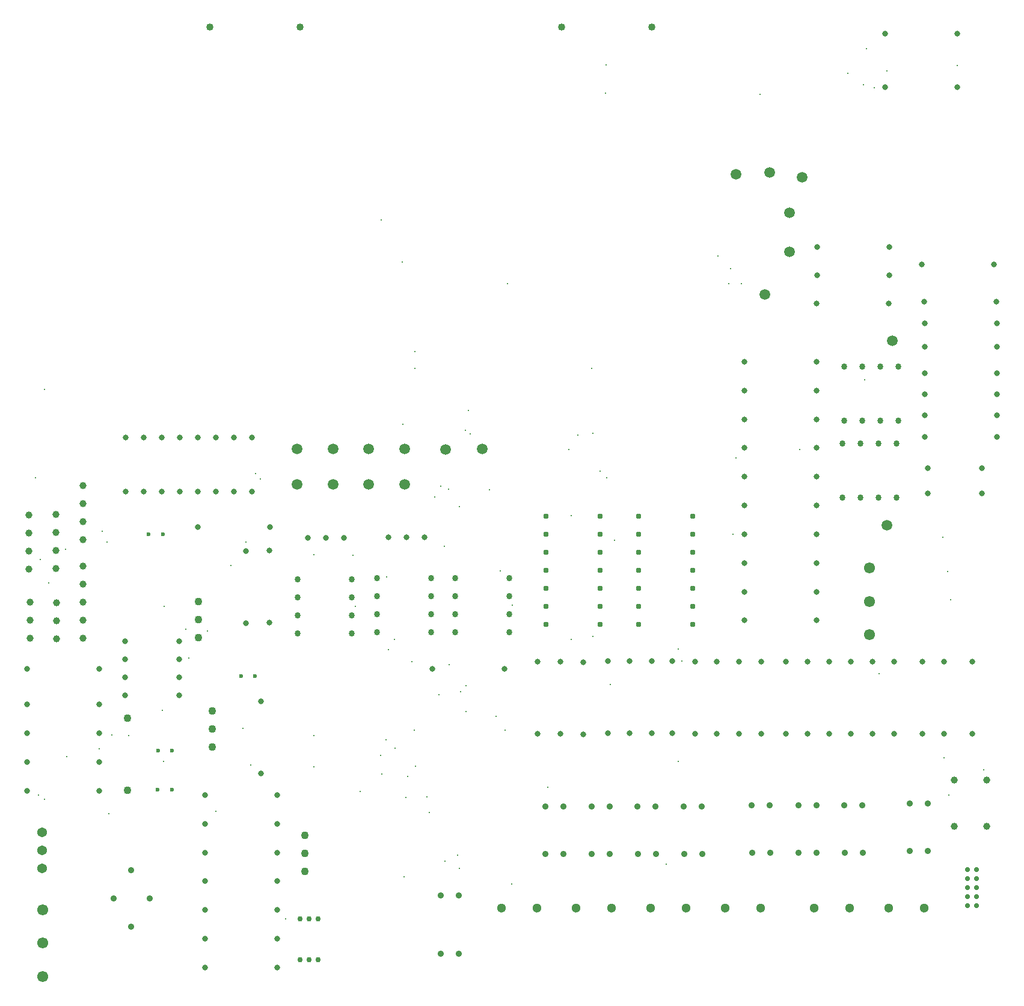
<source format=gbr>
%TF.GenerationSoftware,KiCad,Pcbnew,9.0.1-9.0.1-0~ubuntu24.04.1*%
%TF.CreationDate,2025-05-12T01:42:29+10:00*%
%TF.ProjectId,Sensor_Unit,53656e73-6f72-45f5-956e-69742e6b6963,rev?*%
%TF.SameCoordinates,Original*%
%TF.FileFunction,Plated,1,2,PTH,Drill*%
%TF.FilePolarity,Positive*%
%FSLAX46Y46*%
G04 Gerber Fmt 4.6, Leading zero omitted, Abs format (unit mm)*
G04 Created by KiCad (PCBNEW 9.0.1-9.0.1-0~ubuntu24.04.1) date 2025-05-12 01:42:29*
%MOMM*%
%LPD*%
G01*
G04 APERTURE LIST*
%TA.AperFunction,ViaDrill*%
%ADD10C,0.300000*%
%TD*%
%TA.AperFunction,ComponentDrill*%
%ADD11C,0.600000*%
%TD*%
%TA.AperFunction,ComponentDrill*%
%ADD12C,0.711200*%
%TD*%
%TA.AperFunction,ComponentDrill*%
%ADD13C,0.750000*%
%TD*%
%TA.AperFunction,ComponentDrill*%
%ADD14C,0.787400*%
%TD*%
%TA.AperFunction,ComponentDrill*%
%ADD15C,0.800000*%
%TD*%
%TA.AperFunction,ComponentDrill*%
%ADD16C,0.812800*%
%TD*%
%TA.AperFunction,ComponentDrill*%
%ADD17C,0.863600*%
%TD*%
%TA.AperFunction,ComponentDrill*%
%ADD18C,0.900000*%
%TD*%
%TA.AperFunction,ComponentDrill*%
%ADD19C,0.990600*%
%TD*%
%TA.AperFunction,ComponentDrill*%
%ADD20C,1.000000*%
%TD*%
%TA.AperFunction,ComponentDrill*%
%ADD21C,1.020000*%
%TD*%
%TA.AperFunction,ComponentDrill*%
%ADD22C,1.100000*%
%TD*%
%TA.AperFunction,ComponentDrill*%
%ADD23C,1.300000*%
%TD*%
%TA.AperFunction,ComponentDrill*%
%ADD24C,1.371600*%
%TD*%
%TA.AperFunction,ComponentDrill*%
%ADD25C,1.500000*%
%TD*%
%TA.AperFunction,ComponentDrill*%
%ADD26C,1.549400*%
%TD*%
G04 APERTURE END LIST*
D10*
X32074700Y-90075200D03*
X32504000Y-134744400D03*
X32762600Y-101521000D03*
X33343800Y-77584500D03*
X33386800Y-135379800D03*
X33973900Y-104828300D03*
X36298000Y-100084600D03*
X36488300Y-129332700D03*
X41079800Y-128218300D03*
X41502900Y-97557200D03*
X42179800Y-99083200D03*
X42395000Y-137354900D03*
X42796300Y-126326800D03*
X45193800Y-126351300D03*
X49937500Y-122815800D03*
X50083600Y-130039000D03*
X50239300Y-108176700D03*
X53230000Y-111384000D03*
X53664700Y-115445500D03*
X56321800Y-111629500D03*
X57446800Y-137052200D03*
X59614000Y-102421500D03*
X61300500Y-125312500D03*
X61751400Y-99094800D03*
X62416900Y-130520400D03*
X63045300Y-89489100D03*
X63757900Y-90179700D03*
X67289500Y-152159500D03*
X71296400Y-100878400D03*
X71324500Y-126404400D03*
X71324500Y-130813800D03*
X76748400Y-100981000D03*
X77086700Y-108190000D03*
X77781300Y-134261500D03*
X80697000Y-129204000D03*
X80743800Y-53720500D03*
X80873500Y-131811600D03*
X81413300Y-126950700D03*
X81550400Y-104020500D03*
X81749900Y-114222100D03*
X82628100Y-112848400D03*
X82687500Y-128146900D03*
X83706300Y-59686500D03*
X83824500Y-82534700D03*
X84002400Y-146303400D03*
X84214300Y-135101600D03*
X84482200Y-132111300D03*
X85110900Y-115997900D03*
X85418500Y-125577000D03*
X85469800Y-72268000D03*
X85469800Y-74601500D03*
X85575100Y-130669000D03*
X87171800Y-134989400D03*
X87518000Y-137244500D03*
X88293000Y-92754300D03*
X88922300Y-120585900D03*
X89123700Y-91231500D03*
X89618800Y-99729200D03*
X89737000Y-144085900D03*
X90268100Y-91648200D03*
X90304800Y-116363500D03*
X91490700Y-143210500D03*
X91779700Y-145099100D03*
X91802400Y-94095000D03*
X91974000Y-120174700D03*
X92593800Y-83337100D03*
X92692900Y-122983700D03*
X92730400Y-119346500D03*
X93083500Y-80567500D03*
X93264700Y-83848000D03*
X96033700Y-91700800D03*
X96916600Y-123654700D03*
X97537600Y-103179100D03*
X98190000Y-125641200D03*
X98518800Y-62669500D03*
X99100500Y-147304200D03*
X99263000Y-108000000D03*
X104235500Y-133692000D03*
X107180400Y-86027100D03*
X107491200Y-95397500D03*
X107530800Y-112861200D03*
X108451200Y-84023200D03*
X110368800Y-74601500D03*
X110547400Y-112361800D03*
X110577400Y-83759200D03*
X111612100Y-89156300D03*
X112371600Y-35822500D03*
X112393500Y-31864400D03*
X112501900Y-90038600D03*
X112986400Y-119200300D03*
X113578400Y-98857000D03*
X120895000Y-144484800D03*
X122553800Y-114145400D03*
X122597600Y-129985200D03*
X123133000Y-115896800D03*
X128143800Y-58800200D03*
X129730900Y-62669500D03*
X129936700Y-60617000D03*
X130326600Y-98044000D03*
X130748500Y-87258800D03*
X131517900Y-62669500D03*
X134068800Y-36069500D03*
X139695400Y-86100400D03*
X146456600Y-33046000D03*
X148665700Y-34680000D03*
X148814700Y-76243800D03*
X149085000Y-29578800D03*
X150231300Y-35129000D03*
X150835800Y-117639500D03*
X151934200Y-32708500D03*
X159819200Y-98431700D03*
X160049900Y-129465600D03*
X160488300Y-103224800D03*
X160731300Y-134780100D03*
X160955000Y-107249400D03*
X161905000Y-31949300D03*
X165573800Y-131231600D03*
D11*
%TO.C,C24*%
X48000000Y-98000000D03*
%TO.C,C15*%
X49287500Y-133965100D03*
%TO.C,C17*%
X49337700Y-128496800D03*
%TO.C,C24*%
X50000000Y-98000000D03*
%TO.C,C15*%
X51287500Y-133965100D03*
%TO.C,C17*%
X51337700Y-128496800D03*
%TO.C,C21*%
X61000000Y-118000000D03*
X63000000Y-118000000D03*
D12*
%TO.C,J1*%
X163334600Y-145274700D03*
X163334600Y-146544700D03*
X163334600Y-147814700D03*
X163334600Y-149084700D03*
X163334600Y-150354700D03*
X164604600Y-145274700D03*
X164604600Y-146544700D03*
X164604600Y-147814700D03*
X164604600Y-149084700D03*
X164604600Y-150354700D03*
D13*
%TO.C,Q1*%
X69373900Y-152177200D03*
%TO.C,Q3*%
X69373900Y-157967200D03*
%TO.C,Q1*%
X70643900Y-152177200D03*
%TO.C,Q3*%
X70643900Y-157967200D03*
%TO.C,Q1*%
X71913900Y-152177200D03*
%TO.C,Q3*%
X71913900Y-157967200D03*
D14*
%TO.C,U15*%
X104000000Y-95460000D03*
X104000000Y-98000000D03*
X104000000Y-100540000D03*
X104000000Y-103080000D03*
X104000000Y-105620000D03*
X104000000Y-108160000D03*
X104000000Y-110700000D03*
X111620000Y-95460000D03*
X111620000Y-98000000D03*
X111620000Y-100540000D03*
X111620000Y-103080000D03*
X111620000Y-105620000D03*
X111620000Y-108160000D03*
X111620000Y-110700000D03*
%TO.C,U14*%
X117000000Y-95460000D03*
X117000000Y-98000000D03*
X117000000Y-100540000D03*
X117000000Y-103080000D03*
X117000000Y-105620000D03*
X117000000Y-108160000D03*
X117000000Y-110700000D03*
X124620000Y-95460000D03*
X124620000Y-98000000D03*
X124620000Y-100540000D03*
X124620000Y-103080000D03*
X124620000Y-105620000D03*
X124620000Y-108160000D03*
X124620000Y-110700000D03*
D15*
%TO.C,L3*%
X30920000Y-117000000D03*
%TO.C,R21*%
X30920000Y-122000000D03*
%TO.C,R22*%
X30920000Y-126050000D03*
%TO.C,R23*%
X30920000Y-130100000D03*
%TO.C,R24*%
X30920000Y-134150000D03*
%TO.C,L3*%
X41080000Y-117000000D03*
%TO.C,R21*%
X41080000Y-122000000D03*
%TO.C,R22*%
X41080000Y-126050000D03*
%TO.C,R23*%
X41080000Y-130100000D03*
%TO.C,R24*%
X41080000Y-134150000D03*
%TO.C,U23*%
X44760000Y-84380000D03*
X44760000Y-92000000D03*
X47300000Y-84380000D03*
X47300000Y-92000000D03*
X49840000Y-84380000D03*
X49840000Y-92000000D03*
X52380000Y-84380000D03*
X52380000Y-92000000D03*
X54920000Y-84380000D03*
X54920000Y-92000000D03*
%TO.C,R27*%
X54920000Y-97000000D03*
%TO.C,R15*%
X55920000Y-134750000D03*
%TO.C,R16*%
X55920000Y-138800000D03*
%TO.C,R17*%
X55920000Y-142850000D03*
%TO.C,R18*%
X55920000Y-146900000D03*
%TO.C,R19*%
X55920000Y-150950000D03*
%TO.C,R20*%
X55920000Y-155000000D03*
%TO.C,R60*%
X55920000Y-159050000D03*
%TO.C,U23*%
X57460000Y-84380000D03*
X57460000Y-92000000D03*
X60000000Y-84380000D03*
X60000000Y-92000000D03*
%TO.C,R26*%
X61683900Y-100398700D03*
X61683900Y-110558700D03*
%TO.C,U23*%
X62540000Y-84380000D03*
X62540000Y-92000000D03*
%TO.C,R14*%
X63794700Y-121542200D03*
X63794700Y-131702200D03*
%TO.C,R25*%
X65037200Y-100304200D03*
X65037200Y-110464200D03*
%TO.C,R27*%
X65080000Y-97000000D03*
%TO.C,R15*%
X66080000Y-134750000D03*
%TO.C,R16*%
X66080000Y-138800000D03*
%TO.C,R17*%
X66080000Y-142850000D03*
%TO.C,R18*%
X66080000Y-146900000D03*
%TO.C,R19*%
X66080000Y-150950000D03*
%TO.C,R20*%
X66080000Y-155000000D03*
%TO.C,R60*%
X66080000Y-159050000D03*
%TO.C,R59*%
X87920000Y-117000000D03*
X98080000Y-117000000D03*
%TO.C,R49*%
X102818700Y-115971300D03*
X102818700Y-126131300D03*
%TO.C,R29*%
X106000000Y-115920000D03*
X106000000Y-126080000D03*
%TO.C,R28*%
X109247700Y-116000000D03*
X109247700Y-126160000D03*
%TO.C,R38*%
X112697500Y-115902600D03*
X112697500Y-126062600D03*
%TO.C,R30*%
X115766000Y-115902600D03*
X115766000Y-126062600D03*
%TO.C,R39*%
X118834600Y-115902600D03*
X118834600Y-126062600D03*
%TO.C,R31*%
X121766000Y-115902600D03*
X121766000Y-126062600D03*
%TO.C,R40*%
X124967100Y-115920000D03*
X124967100Y-126080000D03*
%TO.C,R32*%
X128044600Y-115920000D03*
X128044600Y-126080000D03*
%TO.C,R41*%
X131130000Y-115924000D03*
X131130000Y-126084000D03*
%TO.C,R50*%
X131920000Y-73700000D03*
%TO.C,R51*%
X131920000Y-77750000D03*
%TO.C,R52*%
X131920000Y-81800000D03*
%TO.C,R53*%
X131920000Y-85850000D03*
%TO.C,R54*%
X131920000Y-89900000D03*
%TO.C,R55*%
X131920000Y-93950000D03*
%TO.C,R56*%
X131920000Y-98000000D03*
%TO.C,R57*%
X131920000Y-102050000D03*
%TO.C,R58*%
X131920000Y-106100000D03*
%TO.C,R61*%
X131920000Y-110150000D03*
%TO.C,R33*%
X134247700Y-115947000D03*
X134247700Y-126107000D03*
%TO.C,R45*%
X137755800Y-115915100D03*
X137755800Y-126075100D03*
%TO.C,R37*%
X140800000Y-115914700D03*
X140800000Y-126074700D03*
%TO.C,R50*%
X142080000Y-73700000D03*
%TO.C,R51*%
X142080000Y-77750000D03*
%TO.C,R52*%
X142080000Y-81800000D03*
%TO.C,R53*%
X142080000Y-85850000D03*
%TO.C,R54*%
X142080000Y-89900000D03*
%TO.C,R55*%
X142080000Y-93950000D03*
%TO.C,R56*%
X142080000Y-98000000D03*
%TO.C,R57*%
X142080000Y-102050000D03*
%TO.C,R58*%
X142080000Y-106100000D03*
%TO.C,R61*%
X142080000Y-110150000D03*
%TO.C,R3*%
X142090000Y-65500000D03*
%TO.C,R1*%
X142170000Y-57500000D03*
%TO.C,R2*%
X142170000Y-61500000D03*
%TO.C,R44*%
X143852600Y-115914300D03*
X143852600Y-126074300D03*
%TO.C,R36*%
X146905200Y-115916100D03*
X146905200Y-126076100D03*
%TO.C,R43*%
X149952200Y-115920000D03*
X149952200Y-126080000D03*
%TO.C,R4*%
X151745000Y-27500000D03*
%TO.C,R5*%
X151745000Y-35050000D03*
%TO.C,R3*%
X152250000Y-65500000D03*
%TO.C,R1*%
X152330000Y-57500000D03*
%TO.C,R2*%
X152330000Y-61500000D03*
%TO.C,R35*%
X153000000Y-115920000D03*
X153000000Y-126080000D03*
%TO.C,R6*%
X156920000Y-60000000D03*
%TO.C,R42*%
X156952200Y-115920000D03*
X156952200Y-126080000D03*
%TO.C,R7*%
X157200100Y-65276500D03*
%TO.C,R8*%
X157280100Y-68276500D03*
%TO.C,R9*%
X157280100Y-71626500D03*
%TO.C,R10*%
X157280100Y-75276500D03*
%TO.C,R11*%
X157280100Y-78276500D03*
%TO.C,R12*%
X157280100Y-81276500D03*
%TO.C,R13*%
X157280100Y-84276500D03*
%TO.C,D2*%
X157740100Y-88726500D03*
%TO.C,D3*%
X157740100Y-92276500D03*
%TO.C,R34*%
X160000000Y-115920000D03*
X160000000Y-126080000D03*
%TO.C,R4*%
X161905000Y-27500000D03*
%TO.C,R5*%
X161905000Y-35050000D03*
%TO.C,R47*%
X164000000Y-115920000D03*
X164000000Y-126080000D03*
%TO.C,D2*%
X165360100Y-88726500D03*
%TO.C,D3*%
X165360100Y-92276500D03*
%TO.C,R6*%
X167080000Y-60000000D03*
%TO.C,R7*%
X167360100Y-65276500D03*
%TO.C,R8*%
X167440100Y-68276500D03*
%TO.C,R9*%
X167440100Y-71626500D03*
%TO.C,R10*%
X167440100Y-75276500D03*
%TO.C,R11*%
X167440100Y-78276500D03*
%TO.C,R12*%
X167440100Y-81276500D03*
%TO.C,R13*%
X167440100Y-84276500D03*
D16*
%TO.C,U10*%
X44716300Y-113073400D03*
X44716300Y-115613400D03*
X44716300Y-118153400D03*
X44716300Y-120693400D03*
X52336300Y-113073400D03*
X52336300Y-115613400D03*
X52336300Y-118153400D03*
X52336300Y-120693400D03*
%TO.C,R48*%
X70466100Y-98490900D03*
X73006100Y-98490900D03*
X75546100Y-98490900D03*
%TO.C,R46*%
X81746200Y-98409400D03*
X84286200Y-98409400D03*
X86826200Y-98409400D03*
D17*
%TO.C,U12*%
X69000000Y-104380000D03*
X69000000Y-106920000D03*
X69000000Y-109460000D03*
X69000000Y-112000000D03*
X76620000Y-104380000D03*
X76620000Y-106920000D03*
X76620000Y-109460000D03*
X76620000Y-112000000D03*
%TO.C,U16*%
X80190000Y-104190000D03*
X80190000Y-106730000D03*
X80190000Y-109270000D03*
X80190000Y-111810000D03*
X87810000Y-104190000D03*
X87810000Y-106730000D03*
X87810000Y-109270000D03*
X87810000Y-111810000D03*
%TO.C,U17*%
X91190000Y-104190000D03*
X91190000Y-106730000D03*
X91190000Y-109270000D03*
X91190000Y-111810000D03*
X98810000Y-104190000D03*
X98810000Y-106730000D03*
X98810000Y-109270000D03*
X98810000Y-111810000D03*
%TO.C,U20*%
X145730000Y-85190000D03*
X145730000Y-92810000D03*
%TO.C,U19*%
X145920000Y-74380000D03*
X145920000Y-82000000D03*
%TO.C,U20*%
X148270000Y-85190000D03*
X148270000Y-92810000D03*
%TO.C,U19*%
X148460000Y-74380000D03*
X148460000Y-82000000D03*
%TO.C,U20*%
X150810000Y-85190000D03*
X150810000Y-92810000D03*
%TO.C,U19*%
X151000000Y-74380000D03*
X151000000Y-82000000D03*
%TO.C,U20*%
X153350000Y-85190000D03*
X153350000Y-92810000D03*
%TO.C,U19*%
X153540000Y-74380000D03*
X153540000Y-82000000D03*
D18*
%TO.C,U24*%
X43076300Y-149335000D03*
X45576300Y-145335000D03*
X45576300Y-153335000D03*
X48176300Y-149335000D03*
%TO.C,LED1*%
X89128500Y-157103200D03*
%TO.C,LED19*%
X89181800Y-148906000D03*
%TO.C,LED1*%
X91668500Y-157103200D03*
%TO.C,LED19*%
X91721800Y-148906000D03*
%TO.C,LED2*%
X103889400Y-136332300D03*
%TO.C,LED10*%
X103889400Y-143082300D03*
%TO.C,LED2*%
X106429400Y-136332300D03*
%TO.C,LED10*%
X106429400Y-143082300D03*
%TO.C,LED3*%
X110389400Y-136332300D03*
%TO.C,LED11*%
X110389400Y-143082300D03*
%TO.C,LED3*%
X112929400Y-136332300D03*
%TO.C,LED11*%
X112929400Y-143082300D03*
%TO.C,LED4*%
X116854400Y-136332300D03*
%TO.C,LED12*%
X116904400Y-143082300D03*
%TO.C,LED4*%
X119394400Y-136332300D03*
%TO.C,LED12*%
X119444400Y-143082300D03*
%TO.C,LED5*%
X123389400Y-136332300D03*
%TO.C,LED13*%
X123414400Y-143082300D03*
%TO.C,LED5*%
X125929400Y-136332300D03*
%TO.C,LED13*%
X125954400Y-143082300D03*
%TO.C,LED9*%
X132943200Y-136156500D03*
%TO.C,LED17*%
X132968200Y-142906500D03*
%TO.C,LED9*%
X135483200Y-136156500D03*
%TO.C,LED17*%
X135508200Y-142906500D03*
%TO.C,LED8*%
X139483200Y-136156500D03*
%TO.C,LED16*%
X139508200Y-142906500D03*
%TO.C,LED8*%
X142023200Y-136156500D03*
%TO.C,LED16*%
X142048200Y-142906500D03*
%TO.C,LED7*%
X145983200Y-136156500D03*
%TO.C,LED15*%
X146008200Y-142906500D03*
%TO.C,LED7*%
X148523200Y-136156500D03*
%TO.C,LED15*%
X148548200Y-142906500D03*
%TO.C,LED6*%
X155156800Y-135906200D03*
%TO.C,LED14*%
X155181800Y-142656200D03*
%TO.C,LED6*%
X157696800Y-135906200D03*
%TO.C,LED14*%
X157721800Y-142656200D03*
D19*
%TO.C,SW3*%
X161489400Y-132656199D03*
X161489400Y-139156200D03*
X165989401Y-132656199D03*
X165989401Y-139156200D03*
D20*
%TO.C,J12*%
X31191300Y-95325300D03*
X31191300Y-97865300D03*
X31191300Y-100405300D03*
X31191300Y-102945300D03*
%TO.C,J4*%
X31307600Y-107535000D03*
X31307600Y-110075000D03*
X31307600Y-112615000D03*
%TO.C,J13*%
X34929500Y-95232300D03*
X34929500Y-97772300D03*
X34929500Y-100312300D03*
X34929500Y-102852300D03*
%TO.C,J5*%
X35086000Y-107653000D03*
X35086000Y-110193000D03*
X35086000Y-112733000D03*
%TO.C,J6*%
X38780200Y-91121900D03*
X38780200Y-93661900D03*
X38780200Y-96201900D03*
X38780200Y-98741900D03*
%TO.C,J7*%
X38785700Y-102473300D03*
X38785700Y-105013300D03*
X38785700Y-107553300D03*
X38785700Y-110093300D03*
X38785700Y-112633300D03*
D21*
%TO.C,BT2*%
X56600000Y-26580000D03*
X69300000Y-26580000D03*
%TO.C,BT1*%
X106150000Y-26580000D03*
X118850000Y-26580000D03*
D22*
%TO.C,D23*%
X45000000Y-123920000D03*
X45000000Y-134080000D03*
%TO.C,U11*%
X55000000Y-107460000D03*
X55000000Y-110000000D03*
X55000000Y-112540000D03*
%TO.C,U9*%
X57000000Y-122920000D03*
X57000000Y-125460000D03*
X57000000Y-128000000D03*
%TO.C,Q2*%
X70000000Y-140460000D03*
X70000000Y-143000000D03*
X70000000Y-145540000D03*
D23*
%TO.C,J8*%
X97721800Y-150656200D03*
X102721800Y-150656200D03*
%TO.C,J9*%
X108221800Y-150656200D03*
X113221800Y-150656200D03*
%TO.C,J10*%
X118721800Y-150656200D03*
X123721800Y-150656200D03*
%TO.C,J11*%
X129221800Y-150656200D03*
X134221800Y-150656200D03*
%TO.C,J2*%
X141721800Y-150656200D03*
X146721800Y-150656200D03*
%TO.C,J3*%
X152221800Y-150656200D03*
X157221800Y-150656200D03*
D24*
%TO.C,U8*%
X33000000Y-140000000D03*
X33000000Y-142540000D03*
X33000000Y-145080000D03*
D25*
%TO.C,TP3*%
X68900000Y-85950000D03*
%TO.C,TP4*%
X68900000Y-91000000D03*
%TO.C,TP5*%
X73950000Y-85950000D03*
%TO.C,TP6*%
X73950000Y-91000000D03*
%TO.C,TP7*%
X79000000Y-85950000D03*
%TO.C,TP8*%
X79000000Y-91000000D03*
%TO.C,TP9*%
X84050000Y-85950000D03*
%TO.C,TP10*%
X84050000Y-91000000D03*
%TO.C,TP1*%
X89850000Y-86050000D03*
%TO.C,TP2*%
X95000000Y-86000000D03*
%TO.C,TP13*%
X130750000Y-47250000D03*
%TO.C,TP18*%
X134750000Y-64250000D03*
%TO.C,TP16*%
X135500000Y-47000000D03*
%TO.C,TP11*%
X138250000Y-52750000D03*
%TO.C,TP17*%
X138250000Y-58250000D03*
%TO.C,TP15*%
X140000000Y-47750000D03*
%TO.C,TP14*%
X152000000Y-96750000D03*
%TO.C,TP12*%
X152750000Y-70750000D03*
D26*
%TO.C,SW2*%
X33060400Y-150919400D03*
X33060400Y-155619401D03*
X33060400Y-160319401D03*
%TO.C,CR1*%
X149500000Y-102750000D03*
X149500000Y-107450001D03*
X149500000Y-112150001D03*
M02*

</source>
